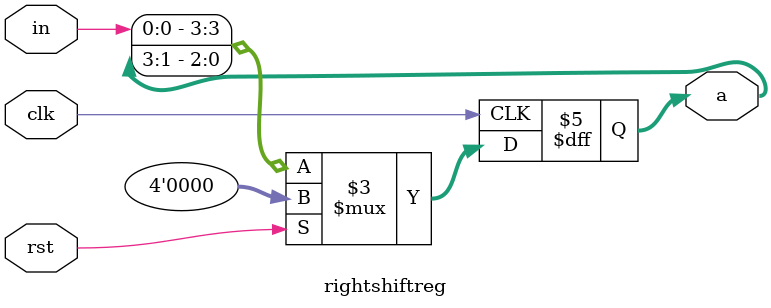
<source format=v>
module rightshiftreg (clk,rst,in,a);

//input wire [3:0] in;
input wire clk;
input wire rst;
input wire in;

output reg  [3:0] a;

always @(posedge clk) begin
    if(rst)

    a=4'b0000;

    else begin

    a ={in,a[3:1]};


    end
    
end
    
 endmodule
</source>
